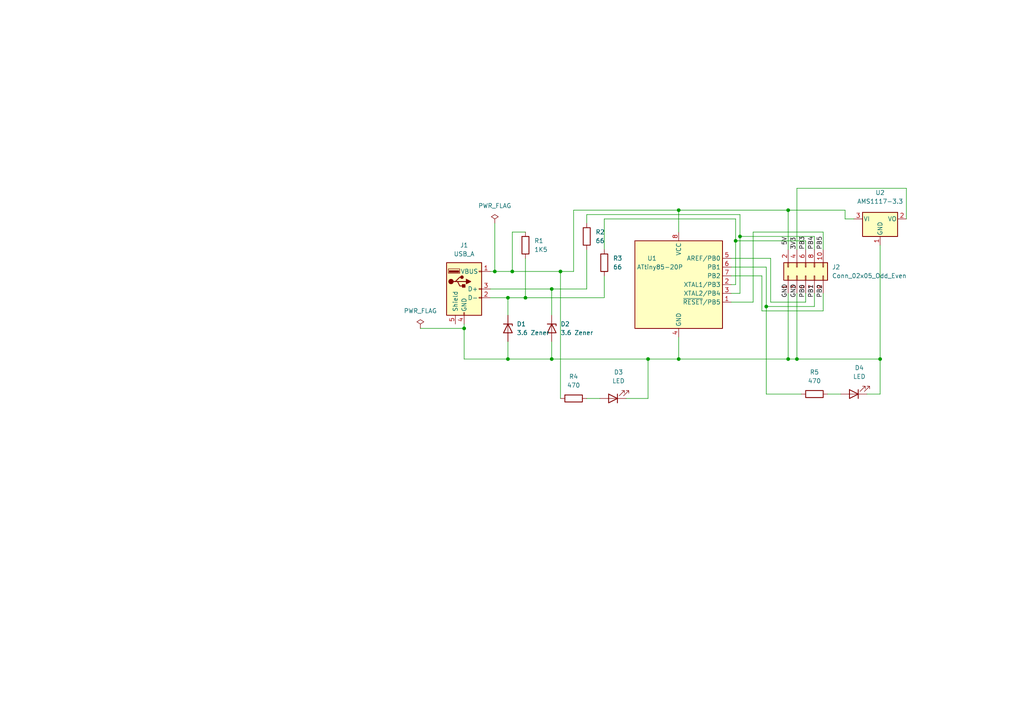
<source format=kicad_sch>
(kicad_sch (version 20211123) (generator eeschema)
  (paper "A4")
  (lib_symbols
    (symbol "Connector:USB_A" (pin_names (offset 1.016))
      (property "Reference" "J" (at -5.08 11.43 0))
      (property "Value" "USB_A" (at -5.08 8.89 0))
      (symbol "USB_A_0_1"
        (rectangle (start -5.08 -7.62) (end 5.08 7.62) (stroke (width 0.254)) (fill (type background)))
        (circle (center -3.81 2.159) (radius 0.635) (stroke (width 0.254)) (fill (type outline)))
        (rectangle (start -1.524 4.826) (end -4.318 5.334) (fill (type outline)))
        (rectangle (start -1.27 4.572) (end -4.572 5.842))
        (circle (center -0.635 3.429) (radius 0.381) (stroke (width 0.254)) (fill (type outline)))
        (rectangle (start -0.127 -7.62) (end 0.127 -6.858))
        (polyline (pts (xy -3.175 2.159) (xy -2.54 2.159) (xy -1.27 3.429) (xy -0.635 3.429)) (stroke (width 0.254)))
        (polyline (pts (xy -2.54 2.159) (xy -1.905 2.159) (xy -1.27 0.889) (xy 0 0.889)) (stroke (width 0.254)))
        (polyline (pts (xy 0.635 2.794) (xy 0.635 1.524) (xy 1.905 2.159) (xy 0.635 2.794)) (stroke (width 0.254)) (fill (type outline)))
        (rectangle (start 0.254 1.27) (end -0.508 0.508) (stroke (width 0.254)) (fill (type outline)))
        (rectangle (start 5.08 -2.667) (end 4.318 -2.413))
        (rectangle (start 5.08 -0.127) (end 4.318 0.127))
        (rectangle (start 5.08 4.953) (end 4.318 5.207))
      )
      (symbol "USB_A_1_1"
        (polyline (pts (xy -1.905 2.159) (xy 0.635 2.159)) (stroke (width 0.254)))
        (pin power_in line (at 7.62 5.08 180) (length 2.54) (name "VBUS") (number "1"))
        (pin bidirectional line (at 7.62 -2.54 180) (length 2.54) (name "D-") (number "2"))
        (pin bidirectional line (at 7.62 0 180) (length 2.54) (name "D+") (number "3"))
        (pin power_in line (at 0 -10.16 90) (length 2.54) (name "GND") (number "4"))
        (pin passive line (at -2.54 -10.16 90) (length 2.54) (name "Shield") (number "5"))
      )
    )
    (symbol "Connector_Generic:Conn_02x05_Odd_Even" (pin_names (offset 1.016) hide)
      (property "Reference" "J" (at 1.27 7.62 0))
      (property "Value" "Conn_02x05_Odd_Even" (at 1.27 -7.62 0))
      (symbol "Conn_02x05_Odd_Even_1_1"
        (rectangle (start -1.27 -4.953) (end 0 -5.207) (stroke (width 0.1524)))
        (rectangle (start -1.27 -2.413) (end 0 -2.667) (stroke (width 0.1524)))
        (rectangle (start -1.27 0.127) (end 0 -0.127) (stroke (width 0.1524)))
        (rectangle (start -1.27 2.667) (end 0 2.413) (stroke (width 0.1524)))
        (rectangle (start -1.27 5.207) (end 0 4.953) (stroke (width 0.1524)))
        (rectangle (start -1.27 6.35) (end 3.81 -6.35) (stroke (width 0.254)) (fill (type background)))
        (rectangle (start 3.81 -4.953) (end 2.54 -5.207) (stroke (width 0.1524)))
        (rectangle (start 3.81 -2.413) (end 2.54 -2.667) (stroke (width 0.1524)))
        (rectangle (start 3.81 0.127) (end 2.54 -0.127) (stroke (width 0.1524)))
        (rectangle (start 3.81 2.667) (end 2.54 2.413) (stroke (width 0.1524)))
        (rectangle (start 3.81 5.207) (end 2.54 4.953) (stroke (width 0.1524)))
        (pin passive line (at -5.08 5.08 0) (length 3.81) (name "Pin_1") (number "1"))
        (pin passive line (at 7.62 -5.08 180) (length 3.81) (name "Pin_10") (number "10"))
        (pin passive line (at 7.62 5.08 180) (length 3.81) (name "Pin_2") (number "2"))
        (pin passive line (at -5.08 2.54 0) (length 3.81) (name "Pin_3") (number "3"))
        (pin passive line (at 7.62 2.54 180) (length 3.81) (name "Pin_4") (number "4"))
        (pin passive line (at -5.08 0 0) (length 3.81) (name "Pin_5") (number "5"))
        (pin passive line (at 7.62 0 180) (length 3.81) (name "Pin_6") (number "6"))
        (pin passive line (at -5.08 -2.54 0) (length 3.81) (name "Pin_7") (number "7"))
        (pin passive line (at 7.62 -2.54 180) (length 3.81) (name "Pin_8") (number "8"))
        (pin passive line (at -5.08 -5.08 0) (length 3.81) (name "Pin_9") (number "9"))
      )
    )
    (symbol "Device:D_Zener" (pin_numbers hide) (pin_names (offset 1.016) hide)
      (property "Reference" "D" (at 0 2.54 0))
      (property "Value" "D_Zener" (at 0 -2.54 0))
      (symbol "D_Zener_0_1"
        (polyline (pts (xy 1.27 0) (xy -1.27 0)))
        (polyline (pts (xy -1.27 -1.27) (xy -1.27 1.27) (xy -0.762 1.27)) (stroke (width 0.254)))
        (polyline (pts (xy 1.27 -1.27) (xy 1.27 1.27) (xy -1.27 0) (xy 1.27 -1.27)) (stroke (width 0.254)))
      )
      (symbol "D_Zener_1_1"
        (pin passive line (at -3.81 0 0) (length 2.54) (name "K") (number "1"))
        (pin passive line (at 3.81 0 180) (length 2.54) (name "A") (number "2"))
      )
    )
    (symbol "Device:LED" (pin_numbers hide) (pin_names (offset 1.016) hide)
      (property "Reference" "D" (at 0 2.54 0))
      (property "Value" "LED" (at 0 -2.54 0))
      (symbol "LED_0_1"
        (polyline (pts (xy -1.27 -1.27) (xy -1.27 1.27)) (stroke (width 0.254)))
        (polyline (pts (xy -1.27 0) (xy 1.27 0)))
        (polyline (pts (xy 1.27 -1.27) (xy 1.27 1.27) (xy -1.27 0) (xy 1.27 -1.27)) (stroke (width 0.254)))
        (polyline (pts (xy -3.048 -0.762) (xy -4.572 -2.286) (xy -3.81 -2.286) (xy -4.572 -2.286) (xy -4.572 -1.524)))
        (polyline (pts (xy -1.778 -0.762) (xy -3.302 -2.286) (xy -2.54 -2.286) (xy -3.302 -2.286) (xy -3.302 -1.524)))
      )
      (symbol "LED_1_1"
        (pin passive line (at -3.81 0 0) (length 2.54) (name "K") (number "1"))
        (pin passive line (at 3.81 0 180) (length 2.54) (name "A") (number "2"))
      )
    )
    (symbol "Device:R" (pin_numbers hide) (pin_names (offset 0))
      (property "Reference" "R" (at 2.032 0 90))
      (property "Value" "R" (at 0 0 90))
      (symbol "R_0_1"
        (rectangle (start -1.016 -2.54) (end 1.016 2.54) (stroke (width 0.254)))
      )
      (symbol "R_1_1"
        (pin passive line (at 0 3.81 270) (length 1.27) (name "~") (number "1"))
        (pin passive line (at 0 -3.81 90) (length 1.27) (name "~") (number "2"))
      )
    )
    (symbol "MCU_Microchip_ATtiny:ATtiny85-20P"
      (property "Reference" "U" (at -12.7 13.97 0))
      (property "Value" "ATtiny85-20P" (at 2.54 -13.97 0))
      (symbol "ATtiny85-20P_0_1"
        (rectangle (start -12.7 -12.7) (end 12.7 12.7) (stroke (width 0.254)) (fill (type background)))
      )
      (symbol "ATtiny85-20P_1_1"
        (pin bidirectional line (at 15.24 -5.08 180) (length 2.54) (name "~{RESET}/PB5") (number "1"))
        (pin bidirectional line (at 15.24 0 180) (length 2.54) (name "XTAL1/PB3") (number "2"))
        (pin bidirectional line (at 15.24 -2.54 180) (length 2.54) (name "XTAL2/PB4") (number "3"))
        (pin power_in line (at 0 -15.24 90) (length 2.54) (name "GND") (number "4"))
        (pin bidirectional line (at 15.24 7.62 180) (length 2.54) (name "AREF/PB0") (number "5"))
        (pin bidirectional line (at 15.24 5.08 180) (length 2.54) (name "PB1") (number "6"))
        (pin bidirectional line (at 15.24 2.54 180) (length 2.54) (name "PB2") (number "7"))
        (pin power_in line (at 0 15.24 270) (length 2.54) (name "VCC") (number "8"))
      )
    )
    (symbol "Regulator_Linear:AMS1117-3.3" (pin_names (offset 0.254))
      (property "Reference" "U" (at -3.81 3.175 0))
      (property "Value" "AMS1117-3.3" (at 0 3.175 0))
      (symbol "AMS1117-3.3_0_1"
        (rectangle (start -5.08 -5.08) (end 5.08 1.905) (stroke (width 0.254)) (fill (type background)))
      )
      (symbol "AMS1117-3.3_1_1"
        (pin power_in line (at 0 -7.62 90) (length 2.54) (name "GND") (number "1"))
        (pin power_out line (at 7.62 0 180) (length 2.54) (name "VO") (number "2"))
        (pin power_in line (at -7.62 0 0) (length 2.54) (name "VI") (number "3"))
      )
    )
    (symbol "power:PWR_FLAG" (power) (pin_numbers hide) (pin_names (offset 0) hide)
      (property "Value" "PWR_FLAG" (at 0 3.81 0))
      (symbol "PWR_FLAG_0_0"
        (pin power_out line (at 0 0 90) (length 0) (name "pwr") (number "1"))
      )
      (symbol "PWR_FLAG_0_1"
        (polyline (pts (xy 0 0) (xy 0 1.27) (xy -1.016 1.905) (xy 0 2.54) (xy 1.016 1.905) (xy 0 1.27)))
      )
    )
  )
  (junction (at 255.27 104.14))
  (junction (at 228.6 60.96))
  (junction (at 196.85 60.96))
  (junction (at 231.14 104.14))
  (junction (at 187.96 104.14))
  (junction (at 147.32 86.36))
  (junction (at 134.62 95.25))
  (junction (at 152.4 86.36))
  (junction (at 162.56 78.74))
  (junction (at 160.02 104.14))
  (junction (at 148.59 78.74))
  (junction (at 143.51 78.74))
  (junction (at 228.6 104.14))
  (junction (at 196.85 104.14))
  (junction (at 222.25 88.9))
  (junction (at 147.32 104.14))
  (junction (at 160.02 83.82))
  (junction (at 213.36 69.85))
  (junction (at 214.63 68.58))
  (wire (pts (xy 255.27 114.3) (xy 255.27 104.14)))
  (wire (pts (xy 152.4 67.31) (xy 148.59 67.31)))
  (wire (pts (xy 160.02 83.82) (xy 160.02 91.44)))
  (wire (pts (xy 134.62 104.14) (xy 147.32 104.14)))
  (wire (pts (xy 220.98 80.01) (xy 220.98 90.17)))
  (wire (pts (xy 134.62 93.98) (xy 134.62 95.25)))
  (wire (pts (xy 213.36 63.5) (xy 213.36 69.85)))
  (wire (pts (xy 222.25 88.9) (xy 222.25 114.3)))
  (wire (pts (xy 148.59 78.74) (xy 162.56 78.74)))
  (wire (pts (xy 223.52 87.63) (xy 233.68 87.63)))
  (wire (pts (xy 143.51 78.74) (xy 148.59 78.74)))
  (wire (pts (xy 147.32 104.14) (xy 160.02 104.14)))
  (wire (pts (xy 228.6 104.14) (xy 231.14 104.14)))
  (wire (pts (xy 212.09 77.47) (xy 222.25 77.47)))
  (wire (pts (xy 166.37 60.96) (xy 166.37 78.74)))
  (wire (pts (xy 218.44 67.31) (xy 238.76 67.31)))
  (wire (pts (xy 196.85 104.14) (xy 196.85 97.79)))
  (wire (pts (xy 236.22 88.9) (xy 236.22 85.09)))
  (wire (pts (xy 231.14 104.14) (xy 231.14 85.09)))
  (wire (pts (xy 228.6 60.96) (xy 245.11 60.96)))
  (wire (pts (xy 160.02 104.14) (xy 187.96 104.14)))
  (wire (pts (xy 160.02 83.82) (xy 170.18 83.82)))
  (wire (pts (xy 147.32 86.36) (xy 142.24 86.36)))
  (wire (pts (xy 152.4 86.36) (xy 175.26 86.36)))
  (wire (pts (xy 223.52 74.93) (xy 223.52 87.63)))
  (wire (pts (xy 228.6 60.96) (xy 228.6 72.39)))
  (wire (pts (xy 196.85 60.96) (xy 228.6 60.96)))
  (wire (pts (xy 175.26 63.5) (xy 175.26 72.39)))
  (wire (pts (xy 147.32 99.06) (xy 147.32 104.14)))
  (wire (pts (xy 233.68 87.63) (xy 233.68 85.09)))
  (wire (pts (xy 170.18 62.23) (xy 170.18 64.77)))
  (wire (pts (xy 181.61 115.57) (xy 187.96 115.57)))
  (wire (pts (xy 236.22 68.58) (xy 236.22 72.39)))
  (wire (pts (xy 148.59 67.31) (xy 148.59 78.74)))
  (wire (pts (xy 245.11 63.5) (xy 247.65 63.5)))
  (wire (pts (xy 196.85 104.14) (xy 228.6 104.14)))
  (wire (pts (xy 218.44 87.63) (xy 218.44 67.31)))
  (wire (pts (xy 134.62 95.25) (xy 121.92 95.25)))
  (wire (pts (xy 238.76 90.17) (xy 238.76 85.09)))
  (wire (pts (xy 170.18 72.39) (xy 170.18 83.82)))
  (wire (pts (xy 220.98 90.17) (xy 238.76 90.17)))
  (wire (pts (xy 166.37 60.96) (xy 196.85 60.96)))
  (wire (pts (xy 214.63 68.58) (xy 236.22 68.58)))
  (wire (pts (xy 147.32 86.36) (xy 147.32 91.44)))
  (wire (pts (xy 251.46 114.3) (xy 255.27 114.3)))
  (wire (pts (xy 255.27 104.14) (xy 255.27 71.12)))
  (wire (pts (xy 212.09 74.93) (xy 223.52 74.93)))
  (wire (pts (xy 213.36 69.85) (xy 233.68 69.85)))
  (wire (pts (xy 162.56 78.74) (xy 162.56 115.57)))
  (wire (pts (xy 214.63 68.58) (xy 214.63 85.09)))
  (wire (pts (xy 162.56 78.74) (xy 166.37 78.74)))
  (wire (pts (xy 196.85 67.31) (xy 196.85 60.96)))
  (wire (pts (xy 142.24 83.82) (xy 160.02 83.82)))
  (wire (pts (xy 213.36 69.85) (xy 213.36 82.55)))
  (wire (pts (xy 231.14 54.61) (xy 231.14 72.39)))
  (wire (pts (xy 170.18 62.23) (xy 214.63 62.23)))
  (wire (pts (xy 175.26 63.5) (xy 213.36 63.5)))
  (wire (pts (xy 233.68 69.85) (xy 233.68 72.39)))
  (wire (pts (xy 214.63 62.23) (xy 214.63 68.58)))
  (wire (pts (xy 175.26 80.01) (xy 175.26 86.36)))
  (wire (pts (xy 228.6 85.09) (xy 228.6 104.14)))
  (wire (pts (xy 245.11 60.96) (xy 245.11 63.5)))
  (wire (pts (xy 222.25 88.9) (xy 236.22 88.9)))
  (wire (pts (xy 262.89 63.5) (xy 262.89 54.61)))
  (wire (pts (xy 142.24 78.74) (xy 143.51 78.74)))
  (wire (pts (xy 214.63 85.09) (xy 212.09 85.09)))
  (wire (pts (xy 222.25 114.3) (xy 232.41 114.3)))
  (wire (pts (xy 143.51 64.77) (xy 143.51 78.74)))
  (wire (pts (xy 212.09 80.01) (xy 220.98 80.01)))
  (wire (pts (xy 170.18 115.57) (xy 173.99 115.57)))
  (wire (pts (xy 152.4 74.93) (xy 152.4 86.36)))
  (wire (pts (xy 231.14 104.14) (xy 255.27 104.14)))
  (wire (pts (xy 160.02 99.06) (xy 160.02 104.14)))
  (wire (pts (xy 222.25 77.47) (xy 222.25 88.9)))
  (wire (pts (xy 238.76 67.31) (xy 238.76 72.39)))
  (wire (pts (xy 147.32 86.36) (xy 152.4 86.36)))
  (wire (pts (xy 213.36 82.55) (xy 212.09 82.55)))
  (wire (pts (xy 212.09 87.63) (xy 218.44 87.63)))
  (wire (pts (xy 187.96 104.14) (xy 196.85 104.14)))
  (wire (pts (xy 134.62 95.25) (xy 134.62 104.14)))
  (wire (pts (xy 262.89 54.61) (xy 231.14 54.61)))
  (wire (pts (xy 187.96 115.57) (xy 187.96 104.14)))
  (wire (pts (xy 240.03 114.3) (xy 243.84 114.3)))
  (label "PB1" (at 236.22 86.36 90))
  (label "PB4" (at 236.22 72.39 90))
  (label "GND" (at 228.6 86.36 90))
  (label "PB3" (at 233.68 72.39 90))
  (label "GND" (at 231.14 86.36 90))
  (label "PB0" (at 233.68 86.36 90))
  (label "PB5" (at 238.76 72.39 90))
  (label "PB2" (at 238.76 86.36 90))
  (label "3V3" (at 231.14 72.39 90))
  (label "5V" (at 228.6 71.12 90))
  (symbol (lib_id "Device:R") (at 170.18 68.58 0) (unit 1)
    (property "Reference" "R2" (at 172.72 67.3099 0) (effects (justify left)))
    (property "Value" "66" (at 172.72 69.8499 0) (effects (justify left)))
    (property "Footprint" "Resistor_THT:R_Axial_DIN0207_L6.3mm_D2.5mm_P7.62mm_Horizontal" (effects hide))
  )
  (symbol (lib_id "Device:D_Zener") (at 147.32 95.25 270) (unit 1)
    (property "Reference" "D1" (at 149.86 93.9799 90) (effects (justify left)))
    (property "Value" "3.6 Zener" (at 149.86 96.5199 90) (effects (justify left)))
    (property "Footprint" "Diode_THT:D_DO-34_SOD68_P7.62mm_Horizontal" (effects hide))
  )
  (symbol (lib_id "MCU_Microchip_ATtiny:ATtiny85-20P") (at 196.85 82.55 0) (unit 1)
    (property "Reference" "U1" (at 190.5 74.93 0) (effects (justify right)))
    (property "Value" "ATtiny85-20P" (at 198.12 77.47 0) (effects (justify right)))
    (property "Footprint" "Package_DIP:DIP-8_W7.62mm_Socket" (effects hide))
    (property "Datasheet" "http://ww1.microchip.com/downloads/en/DeviceDoc/atmel-2586-avr-8-bit-microcontroller-attiny25-attiny45-attiny85_datasheet.pdf" (effects hide))
  )
  (symbol (lib_id "Connector_Generic:Conn_02x05_Odd_Even") (at 233.68 80.01 90) (unit 1)
    (property "Reference" "J2" (at 241.3 77.4699 90) (effects (justify right)))
    (property "Value" "Conn_02x05_Odd_Even" (at 241.3 80.0099 90) (effects (justify right)))
    (property "Footprint" "Connector_PinSocket_2.54mm:PinSocket_2x05_P2.54mm_Vertical" (effects hide))
  )
  (symbol (lib_id "Device:R") (at 166.37 115.57 90) (unit 1)
    (property "Reference" "R4" (at 166.37 109.22 90))
    (property "Value" "470" (at 166.37 111.76 90))
    (property "Footprint" "Resistor_THT:R_Axial_DIN0207_L6.3mm_D2.5mm_P7.62mm_Horizontal" (effects hide))
  )
  (symbol (lib_id "power:PWR_FLAG") (at 121.92 95.25 0) (unit 1)
    (property "Reference" "#FLG0101" (effects hide))
    (property "Value" "PWR_FLAG" (at 121.92 90.17 0))
  )
  (symbol (lib_id "Device:D_Zener") (at 160.02 95.25 270) (unit 1)
    (property "Reference" "D2" (at 162.56 93.9799 90) (effects (justify left)))
    (property "Value" "3.6 Zener" (at 162.56 96.5199 90) (effects (justify left)))
    (property "Footprint" "Diode_THT:D_DO-34_SOD68_P7.62mm_Horizontal" (effects hide))
  )
  (symbol (lib_id "Device:LED") (at 247.65 114.3 180) (unit 1)
    (property "Reference" "D4" (at 249.2375 106.68 0))
    (property "Value" "LED" (at 249.2375 109.22 0))
    (property "Footprint" "LED_SMD:LED_1206_3216Metric_Pad1.42x1.75mm_HandSolder" (effects hide))
  )
  (symbol (lib_id "Device:R") (at 175.26 76.2 0) (unit 1)
    (property "Reference" "R3" (at 177.8 74.9299 0) (effects (justify left)))
    (property "Value" "66" (at 177.8 77.4699 0) (effects (justify left)))
    (property "Footprint" "Resistor_THT:R_Axial_DIN0207_L6.3mm_D2.5mm_P7.62mm_Horizontal" (effects hide))
  )
  (symbol (lib_id "Regulator_Linear:AMS1117-3.3") (at 255.27 63.5 0) (unit 1)
    (property "Reference" "U2" (at 255.27 55.88 0))
    (property "Value" "AMS1117-3.3" (at 255.27 58.42 0))
    (property "Footprint" "Package_TO_SOT_SMD:SOT-223-3_TabPin2" (effects hide))
    (property "Datasheet" "http://www.advanced-monolithic.com/pdf/ds1117.pdf" (effects hide))
  )
  (symbol (lib_id "Device:R") (at 236.22 114.3 90) (unit 1)
    (property "Reference" "R5" (at 236.22 107.95 90))
    (property "Value" "470" (at 236.22 110.49 90))
    (property "Footprint" "Resistor_THT:R_Axial_DIN0207_L6.3mm_D2.5mm_P7.62mm_Horizontal" (effects hide))
  )
  (symbol (lib_id "power:PWR_FLAG") (at 143.51 64.77 0) (unit 1)
    (property "Reference" "#FLG0102" (effects hide))
    (property "Value" "PWR_FLAG" (at 143.51 59.69 0))
  )
  (symbol (lib_id "Connector:USB_A") (at 134.62 83.82 0) (unit 1)
    (property "Reference" "J1" (at 134.62 71.12 0))
    (property "Value" "USB_A" (at 134.62 73.66 0))
    (property "Footprint" "My footprints:MOLEX_48037-0001" (effects hide))
    (property "Datasheet" " ~" (effects hide))
  )
  (symbol (lib_id "Device:R") (at 152.4 71.12 180) (unit 1)
    (property "Reference" "R1" (at 154.94 69.8499 0) (effects (justify right)))
    (property "Value" "1K5" (at 154.94 72.3899 0) (effects (justify right)))
    (property "Footprint" "Resistor_THT:R_Axial_DIN0207_L6.3mm_D2.5mm_P7.62mm_Horizontal" (effects hide))
  )
  (symbol (lib_id "Device:LED") (at 177.8 115.57 180) (unit 1)
    (property "Reference" "D3" (at 179.3875 107.95 0))
    (property "Value" "LED" (at 179.3875 110.49 0))
    (property "Footprint" "LED_SMD:LED_1206_3216Metric_Pad1.42x1.75mm_HandSolder" (effects hide))
  )
)
</source>
